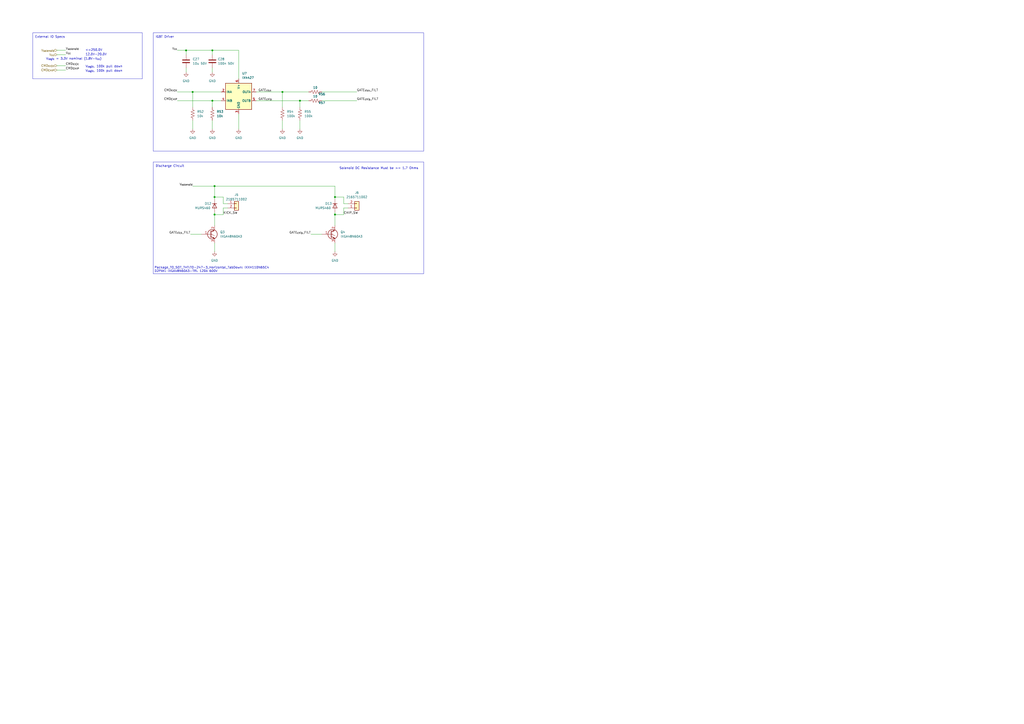
<source format=kicad_sch>
(kicad_sch (version 20231120) (generator "eeschema") (generator_version "8.0")
  (paper "A2")
  (title_block (title "Kicker") (date "2024-12-04") (rev "4.0") (company "The A-Team (RC SSL)") (comment 1 "W. Stuckey"))
  (lib_symbols
    (symbol "AT-PowerIC:IX4427"
      (property "Reference" "U" (at -7.62 8.89 0))
      (property "Value" "IX4427" (at 1.27 8.89 0))
      (symbol "IX4427_0_1"
        (rectangle (start -7.62 -7.62) (end 7.62 7.62) (stroke (width 0.254)) (fill (type background)))
      )
      (symbol "IX4427_1_1"
        (pin no_connect line (at -7.62 0 0) (length 2.54) hide (name "NC") (number "1"))
        (pin input line (at -10.16 2.54 0) (length 2.54) (name "INA") (number "2"))
        (pin power_in line (at 0 -10.16 90) (length 2.54) (name "GND") (number "3"))
        (pin input line (at -10.16 -2.54 0) (length 2.54) (name "INB") (number "4"))
        (pin output line (at 10.16 -2.54 180) (length 2.54) (name "OUTB") (number "5"))
        (pin power_in line (at 0 10.16 270) (length 2.54) (name "V+") (number "6"))
        (pin output line (at 10.16 2.54 180) (length 2.54) (name "OUTA") (number "7"))
        (pin no_connect line (at 7.62 0 180) (length 2.54) hide (name "NC") (number "8"))
      )
    )
    (symbol "Connector_Generic:Conn_01x02" (pin_names (offset 1.016) hide)
      (property "Reference" "J" (at 0 2.54 0))
      (property "Value" "Conn_01x02" (at 0 -5.08 0))
      (symbol "Conn_01x02_1_1"
        (rectangle (start -1.27 -2.413) (end 0 -2.667) (stroke (width 0.1524)))
        (rectangle (start -1.27 0.127) (end 0 -0.127) (stroke (width 0.1524)))
        (rectangle (start -1.27 1.27) (end 1.27 -3.81) (stroke (width 0.254)) (fill (type background)))
        (pin passive line (at -5.08 0 0) (length 3.81) (name "Pin_1") (number "1"))
        (pin passive line (at -5.08 -2.54 0) (length 3.81) (name "Pin_2") (number "2"))
      )
    )
    (symbol "Device:C" (pin_numbers hide) (pin_names (offset 0.254))
      (property "Reference" "C" (at 0.635 2.54 0))
      (property "Value" "C" (at 0.635 -2.54 0))
      (symbol "C_0_1"
        (polyline (pts (xy -2.032 -0.762) (xy 2.032 -0.762)) (stroke (width 0.508)))
        (polyline (pts (xy -2.032 0.762) (xy 2.032 0.762)) (stroke (width 0.508)))
      )
      (symbol "C_1_1"
        (pin passive line (at 0 3.81 270) (length 2.794) (name "~") (number "1"))
        (pin passive line (at 0 -3.81 90) (length 2.794) (name "~") (number "2"))
      )
    )
    (symbol "Device:D" (pin_numbers hide) (pin_names (offset 1.016) hide)
      (property "Reference" "D" (at 0 2.54 0))
      (property "Value" "D" (at 0 -2.54 0))
      (symbol "D_0_1"
        (polyline (pts (xy -1.27 1.27) (xy -1.27 -1.27)) (stroke (width 0.254)))
        (polyline (pts (xy 1.27 0) (xy -1.27 0)))
        (polyline (pts (xy 1.27 1.27) (xy 1.27 -1.27) (xy -1.27 0) (xy 1.27 1.27)) (stroke (width 0.254)))
      )
      (symbol "D_1_1"
        (pin passive line (at -3.81 0 0) (length 2.54) (name "K") (number "1"))
        (pin passive line (at 3.81 0 180) (length 2.54) (name "A") (number "2"))
      )
    )
    (symbol "Device:Q_NIGBT_GCE" (pin_names (offset 0) hide)
      (property "Reference" "Q" (at 5.08 1.27 0))
      (property "Value" "Q_NIGBT_GCE" (at 5.08 -1.27 0))
      (symbol "Q_NIGBT_GCE_0_1"
        (polyline (pts (xy 0.762 -1.016) (xy 0.762 -2.032)) (stroke (width 0.254)))
        (polyline (pts (xy 0.762 0.508) (xy 0.762 -0.508)) (stroke (width 0.254)))
        (polyline (pts (xy 0.762 2.032) (xy 0.762 1.016)) (stroke (width 0.254)))
        (polyline (pts (xy 2.54 -2.413) (xy 0.762 -1.524)))
        (polyline (pts (xy 2.54 -0.889) (xy 0.762 0)))
        (polyline (pts (xy 2.54 2.413) (xy 0.762 1.524)))
        (polyline (pts (xy 0.254 1.905) (xy 0.254 -1.905) (xy 0.254 -1.905)) (stroke (width 0.254)))
        (polyline (pts (xy 1.397 -2.159) (xy 1.651 -1.651) (xy 2.54 -2.413) (xy 1.397 -2.159)) (fill (type outline)))
        (polyline (pts (xy 2.159 1.905) (xy 1.905 2.413) (xy 1.016 1.651) (xy 2.159 1.905)) (fill (type outline)))
        (circle (center 1.27 0) (radius 2.8194) (stroke (width 0.254)))
      )
      (symbol "Q_NIGBT_GCE_1_1"
        (pin input line (at -5.08 0 0) (length 5.334) (name "G") (number "1"))
        (pin passive line (at 2.54 5.08 270) (length 2.54) (name "C") (number "2"))
        (pin passive line (at 2.54 -5.08 90) (length 2.54) (name "E") (number "3"))
      )
    )
    (symbol "Device:R_US" (pin_numbers hide) (pin_names (offset 0))
      (property "Reference" "R" (at 2.54 0 90))
      (property "Value" "R_US" (at -2.54 0 90))
      (symbol "R_US_0_1"
        (polyline (pts (xy 0 -2.286) (xy 0 -2.54)))
        (polyline (pts (xy 0 2.286) (xy 0 2.54)))
        (polyline (pts (xy 0 -0.762) (xy 1.016 -1.143) (xy 0 -1.524) (xy -1.016 -1.905) (xy 0 -2.286)))
        (polyline (pts (xy 0 0.762) (xy 1.016 0.381) (xy 0 0) (xy -1.016 -0.381) (xy 0 -0.762)))
        (polyline (pts (xy 0 2.286) (xy 1.016 1.905) (xy 0 1.524) (xy -1.016 1.143) (xy 0 0.762)))
      )
      (symbol "R_US_1_1"
        (pin passive line (at 0 3.81 270) (length 1.27) (name "~") (number "1"))
        (pin passive line (at 0 -3.81 90) (length 1.27) (name "~") (number "2"))
      )
    )
    (symbol "power:GND" (power) (pin_numbers hide) (pin_names (offset 0) hide)
      (property "Value" "GND" (at 0 -3.81 0))
      (symbol "GND_0_1"
        (polyline (pts (xy 0 0) (xy 0 -1.27) (xy 1.27 -1.27) (xy 0 -2.54) (xy -1.27 -1.27) (xy 0 -1.27)))
      )
      (symbol "GND_1_1"
        (pin power_in line (at 0 0 270) (length 0) (name "~") (number "1"))
      )
    )
  )
  (junction (at 124.46 124.46))
  (junction (at 173.99 58.42))
  (junction (at 123.19 29.21))
  (junction (at 107.95 29.21))
  (junction (at 111.76 53.34))
  (junction (at 194.31 124.46))
  (junction (at 123.19 58.42))
  (junction (at 194.31 114.3))
  (junction (at 124.46 107.95))
  (junction (at 163.83 53.34))
  (junction (at 124.46 114.3))
  (polyline (pts (xy 88.9 19.05) (xy 88.9 87.63)))
  (wire (pts (xy 199.39 114.3) (xy 194.31 114.3)))
  (polyline (pts (xy 245.745 158.75) (xy 88.9 158.75)))
  (wire (pts (xy 124.46 107.95) (xy 194.31 107.95)))
  (wire (pts (xy 194.31 107.95) (xy 194.31 114.3)))
  (wire (pts (xy 129.54 118.11) (xy 132.08 118.11)))
  (wire (pts (xy 33.02 31.75) (xy 38.1 31.75)))
  (wire (pts (xy 124.46 123.19) (xy 124.46 124.46)))
  (wire (pts (xy 194.31 140.97) (xy 194.31 146.05)))
  (wire (pts (xy 102.87 53.34) (xy 111.76 53.34)))
  (wire (pts (xy 111.76 69.85) (xy 111.76 74.93)))
  (wire (pts (xy 163.83 53.34) (xy 179.07 53.34)))
  (wire (pts (xy 124.46 114.3) (xy 124.46 115.57)))
  (wire (pts (xy 186.69 58.42) (xy 207.01 58.42)))
  (wire (pts (xy 173.99 69.85) (xy 173.99 74.93)))
  (wire (pts (xy 194.31 123.19) (xy 194.31 124.46)))
  (polyline (pts (xy 88.9 93.98) (xy 245.745 93.98)))
  (wire (pts (xy 148.59 58.42) (xy 173.99 58.42)))
  (wire (pts (xy 110.49 135.89) (xy 116.84 135.89)))
  (wire (pts (xy 173.99 58.42) (xy 173.99 62.23)))
  (polyline (pts (xy 245.745 19.05) (xy 245.745 87.63)))
  (wire (pts (xy 102.87 29.21) (xy 107.95 29.21)))
  (wire (pts (xy 111.76 53.34) (xy 111.76 62.23)))
  (polyline (pts (xy 82.55 45.72) (xy 19.05 45.72)))
  (wire (pts (xy 194.31 114.3) (xy 194.31 115.57)))
  (polyline (pts (xy 88.9 19.05) (xy 245.745 19.05)))
  (polyline (pts (xy 88.9 93.98) (xy 88.9 158.75)))
  (wire (pts (xy 123.19 29.21) (xy 123.19 31.75)))
  (wire (pts (xy 107.95 29.21) (xy 123.19 29.21)))
  (wire (pts (xy 180.34 135.89) (xy 186.69 135.89)))
  (wire (pts (xy 199.39 120.65) (xy 199.39 124.46)))
  (wire (pts (xy 132.08 120.65) (xy 129.54 120.65)))
  (wire (pts (xy 163.83 69.85) (xy 163.83 74.93)))
  (wire (pts (xy 124.46 107.95) (xy 124.46 114.3)))
  (wire (pts (xy 194.31 124.46) (xy 194.31 130.81)))
  (wire (pts (xy 102.87 58.42) (xy 123.19 58.42)))
  (polyline (pts (xy 245.745 93.98) (xy 245.745 158.75)))
  (wire (pts (xy 107.95 39.37) (xy 107.95 41.91)))
  (wire (pts (xy 199.39 118.11) (xy 199.39 114.3)))
  (wire (pts (xy 163.83 53.34) (xy 163.83 62.23)))
  (wire (pts (xy 33.02 40.64) (xy 38.1 40.64)))
  (wire (pts (xy 33.02 38.1) (xy 38.1 38.1)))
  (wire (pts (xy 107.95 29.21) (xy 107.95 31.75)))
  (wire (pts (xy 199.39 124.46) (xy 194.31 124.46)))
  (polyline (pts (xy 82.55 19.05) (xy 82.55 45.72)))
  (wire (pts (xy 111.76 107.95) (xy 124.46 107.95)))
  (wire (pts (xy 129.54 118.11) (xy 129.54 114.3)))
  (wire (pts (xy 33.02 29.21) (xy 38.1 29.21)))
  (wire (pts (xy 138.43 29.21) (xy 123.19 29.21)))
  (wire (pts (xy 111.76 53.34) (xy 128.27 53.34)))
  (wire (pts (xy 186.69 53.34) (xy 207.01 53.34)))
  (wire (pts (xy 124.46 140.97) (xy 124.46 146.05)))
  (wire (pts (xy 173.99 58.42) (xy 179.07 58.42)))
  (polyline (pts (xy 19.05 19.05) (xy 82.55 19.05)))
  (wire (pts (xy 124.46 124.46) (xy 124.46 130.81)))
  (wire (pts (xy 138.43 29.21) (xy 138.43 45.72)))
  (polyline (pts (xy 245.745 87.63) (xy 88.9 87.63)))
  (wire (pts (xy 123.19 58.42) (xy 123.19 62.23)))
  (wire (pts (xy 201.93 118.11) (xy 199.39 118.11)))
  (wire (pts (xy 148.59 53.34) (xy 163.83 53.34)))
  (wire (pts (xy 123.19 58.42) (xy 128.27 58.42)))
  (polyline (pts (xy 19.05 19.05) (xy 19.05 45.72)))
  (wire (pts (xy 123.19 69.85) (xy 123.19 74.93)))
  (wire (pts (xy 123.19 39.37) (xy 123.19 41.91)))
  (wire (pts (xy 201.93 120.65) (xy 199.39 120.65)))
  (wire (pts (xy 129.54 120.65) (xy 129.54 124.46)))
  (wire (pts (xy 129.54 114.3) (xy 124.46 114.3)))
  (wire (pts (xy 129.54 124.46) (xy 124.46 124.46)))
  (wire (pts (xy 138.43 66.04) (xy 138.43 74.93)))
  (text "Solenoid DC Resistance Must be >= 1.7 Ohms" (at 196.85 98.425 0) (effects (font (size 1.27 1.27)) (justify left bottom)))
  (text "IGBT Driver" (at 90.17 22.225 0) (effects (font (size 1.27 1.27)) (justify left bottom)))
  (text "12.0V-20.0V" (at 49.53 32.385 0) (effects (font (size 1.27 1.27)) (justify left bottom)))
  (text "V_{logic}, 100k pull down" (at 49.53 39.37 0) (effects (font (size 1.27 1.27)) (justify left bottom)))
  (text "External IO Specs" (at 20.32 22.225 0) (effects (font (size 1.27 1.27)) (justify left bottom)))
  (text "Discharge Circuit" (at 90.17 97.155 0) (effects (font (size 1.27 1.27)) (justify left bottom)))
  (text "V_{logic}, 100k pull down" (at 49.53 41.91 0) (effects (font (size 1.27 1.27)) (justify left bottom)))
  (text "Package_TO_SOT_THT:TO-247-3_Horizontal_TabDown: IXXH110N65C4\nD2PAK: IXGA48N60A3-TRL 120A 600V" (at 89.535 158.115 0) (effects (font (size 1.27 1.27)) (justify left bottom)))
  (text "<=250.0V" (at 49.53 29.845 0) (effects (font (size 1.27 1.27)) (justify left bottom)))
  (text "V_{logic} = 3.3V nominal (1.8V-V_{cc})" (at 26.67 34.925 0) (effects (font (size 1.27 1.27)) (justify left bottom)))
  (label "GATE_{kick}_FILT" (at 207.01 53.34 0))
  (label "GATE_{kick}_FILT" (at 110.49 135.89 180))
  (label "V_{cc}" (at 38.1 31.75 0))
  (label "V_{cc}" (at 102.87 29.21 180))
  (label "GATE_{chip}_FILT" (at 180.34 135.89 180))
  (label "GATE_{kick}" (at 149.86 53.34 0))
  (label "GATE_{chip}" (at 149.86 58.42 0))
  (label "CMD_{KICK}" (at 38.1 38.1 0))
  (label "CMD_{KICK}" (at 102.87 53.34 180))
  (label "CMD_{CHIP}" (at 38.1 40.64 0))
  (label "CMD_{CHIP}" (at 102.87 58.42 180))
  (label "GATE_{chip}_FILT" (at 207.01 58.42 0))
  (label "V_{solenoid}" (at 111.76 107.95 180))
  (label "KICK_SW" (at 129.54 124.46 0))
  (label "CHIP_SW" (at 199.39 124.46 0))
  (label "V_{solenoid}" (at 38.1 29.21 0))
  (hierarchical_label "CMD_{KICK}" (shape input) (at 33.02 38.1 180))
  (hierarchical_label "V_{cc}" (shape input) (at 33.02 31.75 180))
  (hierarchical_label "V_{solenoid}" (shape input) (at 33.02 29.21 180))
  (hierarchical_label "CMD_{CHIP}" (shape input) (at 33.02 40.64 180))
  (symbol (lib_id "Connector_Generic:Conn_01x02") (at 137.16 118.11 0) (unit 1)
    (property "Reference" "J5" (at 137.16 113.03 0))
    (property "Value" "2165711002" (at 137.16 115.57 0))
    (property "Footprint" "AT-Connectors:2165711002" (effects (hide yes)))
    (property "Description" "Generic connector, single row, 01x02, script generated (kicad-library-utils/schlib/autogen/connector/)" (effects (hide yes)))
  )
  (symbol (lib_id "Device:D") (at 194.31 119.38 270) (unit 1)
    (property "Reference" "D13" (at 188.595 118.11 90) (effects (justify left)))
    (property "Value" "MURS460" (at 182.88 120.65 90) (effects (justify left)))
    (property "Footprint" "Diode_SMD:D_SMC" (effects (hide yes)))
    (property "Description" "Diode" (effects (hide yes)))
    (property "Sim.Device" "D" (effects (hide yes)))
    (property "Sim.Pins" "1=K 2=A" (effects (hide yes)))
  )
  (symbol (lib_id "Connector_Generic:Conn_01x02") (at 207.01 120.65 0) (mirror x) (unit 1)
    (property "Reference" "J6" (at 207.01 111.76 0))
    (property "Value" "2165711002" (at 207.01 114.3 0))
    (property "Footprint" "AT-Connectors:2165711002" (effects (hide yes)))
    (property "Description" "Generic connector, single row, 01x02, script generated (kicad-library-utils/schlib/autogen/connector/)" (effects (hide yes)))
  )
  (symbol (lib_id "power:GND") (at 124.46 146.05 0) (unit 1)
    (property "Reference" "#PWR086" (effects (hide yes)))
    (property "Value" "GND" (at 124.46 151.13 0))
    (property "Description" "Power symbol creates a global label with name \"GND\" , ground" (effects (hide yes)))
  )
  (symbol (lib_id "power:GND") (at 107.95 41.91 0) (unit 1)
    (property "Reference" "#PWR082" (effects (hide yes)))
    (property "Value" "GND" (at 107.95 46.99 0))
    (property "Description" "Power symbol creates a global label with name \"GND\" , ground" (effects (hide yes)))
  )
  (symbol (lib_id "Device:Q_NIGBT_GCE") (at 191.77 135.89 0) (unit 1)
    (property "Reference" "Q4" (at 197.485 134.6199 0) (effects (justify left)))
    (property "Value" "IXGA48N60A3" (at 197.485 137.1599 0) (effects (justify left)))
    (property "Footprint" "Package_TO_SOT_SMD:TO-263-2" (effects (hide yes)))
    (property "Description" "N-IGBT transistor, gate/collector/emitter" (effects (hide yes)))
  )
  (symbol (lib_id "power:GND") (at 138.43 74.93 0) (unit 1)
    (property "Reference" "#PWR087" (effects (hide yes)))
    (property "Value" "GND" (at 138.43 80.01 0))
    (property "Description" "Power symbol creates a global label with name \"GND\" , ground" (effects (hide yes)))
  )
  (symbol (lib_id "Device:R_US") (at 111.76 66.04 0) (unit 1)
    (property "Reference" "R52" (at 114.3 64.7699 0) (effects (justify left)))
    (property "Value" "10k" (at 114.3 67.3099 0) (effects (justify left)))
    (property "Footprint" "Resistor_SMD:R_0402_1005Metric" (effects (hide yes)))
    (property "Description" "Resistor, US symbol" (effects (hide yes)))
  )
  (symbol (lib_id "power:GND") (at 173.99 74.93 0) (unit 1)
    (property "Reference" "#PWR089" (effects (hide yes)))
    (property "Value" "GND" (at 173.99 80.01 0))
    (property "Description" "Power symbol creates a global label with name \"GND\" , ground" (effects (hide yes)))
  )
  (symbol (lib_id "Device:Q_NIGBT_GCE") (at 121.92 135.89 0) (unit 1)
    (property "Reference" "Q3" (at 127.635 134.6199 0) (effects (justify left)))
    (property "Value" "IXGA48N60A3" (at 127.635 137.1599 0) (effects (justify left)))
    (property "Footprint" "Package_TO_SOT_SMD:TO-263-2" (effects (hide yes)))
    (property "Description" "N-IGBT transistor, gate/collector/emitter" (effects (hide yes)))
  )
  (symbol (lib_id "Device:R_US") (at 163.83 66.04 0) (unit 1)
    (property "Reference" "R54" (at 166.37 64.7699 0) (effects (justify left)))
    (property "Value" "100k" (at 166.37 67.3099 0) (effects (justify left)))
    (property "Footprint" "Resistor_SMD:R_0402_1005Metric" (effects (hide yes)))
    (property "Description" "Resistor, US symbol" (effects (hide yes)))
  )
  (symbol (lib_id "Device:R_US") (at 182.88 53.34 90) (unit 1)
    (property "Reference" "R56" (at 186.69 54.61 90))
    (property "Value" "10" (at 182.88 50.8 90))
    (property "Footprint" "Resistor_SMD:R_0402_1005Metric" (effects (hide yes)))
    (property "Description" "Resistor, US symbol" (effects (hide yes)))
  )
  (symbol (lib_id "power:GND") (at 194.31 146.05 0) (unit 1)
    (property "Reference" "#PWR090" (effects (hide yes)))
    (property "Value" "GND" (at 194.31 151.13 0))
    (property "Description" "Power symbol creates a global label with name \"GND\" , ground" (effects (hide yes)))
  )
  (symbol (lib_id "Device:R_US") (at 182.88 58.42 90) (unit 1)
    (property "Reference" "R57" (at 186.69 59.69 90))
    (property "Value" "10" (at 182.88 55.88 90))
    (property "Footprint" "Resistor_SMD:R_0402_1005Metric" (effects (hide yes)))
    (property "Description" "Resistor, US symbol" (effects (hide yes)))
  )
  (symbol (lib_id "Device:C") (at 123.19 35.56 0) (unit 1)
    (property "Reference" "C28" (at 126.365 34.2899 0) (effects (justify left)))
    (property "Value" "100n 50V" (at 126.365 36.8299 0) (effects (justify left)))
    (property "Footprint" "Capacitor_SMD:C_0402_1005Metric" (effects (hide yes)))
    (property "Description" "Unpolarized capacitor" (effects (hide yes)))
  )
  (symbol (lib_id "AT-PowerIC:IX4427") (at 138.43 55.88 0) (unit 1)
    (property "Reference" "U7" (at 140.4494 42.545 0) (effects (justify left)))
    (property "Value" "IX4427" (at 140.4494 45.085 0) (effects (justify left)))
    (property "Footprint" "Package_SO:SOIC-8_3.9x4.9mm_P1.27mm" (effects (hide yes)))
    (property "Datasheet" "https://www.ixysic.com/home/pdfs.nsf/www/IX4426-27-28.pdf/$file/IX4426-27-28.pdf" (effects (hide yes)))
    (property "Description" "Dual 1.5A-Peak Low-Side MOSFET Driver, SOIC-8/DFN-8" (effects (hide yes)))
  )
  (symbol (lib_id "Device:C") (at 107.95 35.56 0) (unit 1)
    (property "Reference" "C27" (at 111.76 34.2899 0) (effects (justify left)))
    (property "Value" "10u 50V" (at 111.76 36.8299 0) (effects (justify left)))
    (property "Footprint" "Capacitor_SMD:C_0805_2012Metric" (effects (hide yes)))
    (property "Description" "Unpolarized capacitor" (effects (hide yes)))
  )
  (symbol (lib_id "power:GND") (at 163.83 74.93 0) (unit 1)
    (property "Reference" "#PWR088" (effects (hide yes)))
    (property "Value" "GND" (at 163.83 80.01 0))
    (property "Description" "Power symbol creates a global label with name \"GND\" , ground" (effects (hide yes)))
  )
  (symbol (lib_id "Device:R_US") (at 123.19 66.04 0) (unit 1)
    (property "Reference" "R53" (at 125.73 64.7699 0) (effects (justify left)))
    (property "Value" "10k" (at 125.73 67.3099 0) (effects (justify left)))
    (property "Footprint" "Resistor_SMD:R_0402_1005Metric" (effects (hide yes)))
    (property "Description" "Resistor, US symbol" (effects (hide yes)))
  )
  (symbol (lib_id "power:GND") (at 123.19 74.93 0) (unit 1)
    (property "Reference" "#PWR085" (effects (hide yes)))
    (property "Value" "GND" (at 123.19 80.01 0))
    (property "Description" "Power symbol creates a global label with name \"GND\" , ground" (effects (hide yes)))
  )
  (symbol (lib_id "Device:R_US") (at 173.99 66.04 0) (unit 1)
    (property "Reference" "R55" (at 176.53 64.7699 0) (effects (justify left)))
    (property "Value" "100k" (at 176.53 67.3099 0) (effects (justify left)))
    (property "Footprint" "Resistor_SMD:R_0402_1005Metric" (effects (hide yes)))
    (property "Description" "Resistor, US symbol" (effects (hide yes)))
  )
  (symbol (lib_id "Device:D") (at 124.46 119.38 270) (unit 1)
    (property "Reference" "D12" (at 118.745 118.11 90) (effects (justify left)))
    (property "Value" "MURS460" (at 113.03 120.65 90) (effects (justify left)))
    (property "Footprint" "Diode_SMD:D_SMC" (effects (hide yes)))
    (property "Description" "Diode" (effects (hide yes)))
    (property "Sim.Device" "D" (effects (hide yes)))
    (property "Sim.Pins" "1=K 2=A" (effects (hide yes)))
  )
  (symbol (lib_id "power:GND") (at 111.76 74.93 0) (unit 1)
    (property "Reference" "#PWR083" (effects (hide yes)))
    (property "Value" "GND" (at 111.76 80.01 0))
    (property "Description" "Power symbol creates a global label with name \"GND\" , ground" (effects (hide yes)))
  )
  (symbol (lib_id "power:GND") (at 123.19 41.91 0) (unit 1)
    (property "Reference" "#PWR084" (effects (hide yes)))
    (property "Value" "GND" (at 123.19 46.99 0))
    (property "Description" "Power symbol creates a global label with name \"GND\" , ground" (effects (hide yes)))
  )
)
</source>
